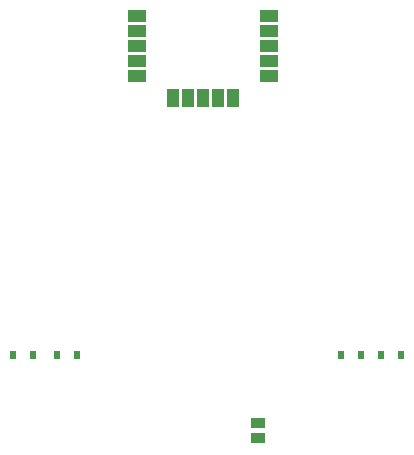
<source format=gbp>
G04 #@! TF.GenerationSoftware,KiCad,Pcbnew,5.0.1-33cea8e~68~ubuntu16.04.1*
G04 #@! TF.CreationDate,2018-11-21T16:15:50+02:00*
G04 #@! TF.ProjectId,livolo_2_channels_1way_eu_switch,6C69766F6C6F5F325F6368616E6E656C,rev?*
G04 #@! TF.SameCoordinates,Original*
G04 #@! TF.FileFunction,Paste,Bot*
G04 #@! TF.FilePolarity,Positive*
%FSLAX46Y46*%
G04 Gerber Fmt 4.6, Leading zero omitted, Abs format (unit mm)*
G04 Created by KiCad (PCBNEW 5.0.1-33cea8e~68~ubuntu16.04.1) date Wed 21 Nov 2018 16:15:50 EET*
%MOMM*%
%LPD*%
G01*
G04 APERTURE LIST*
%ADD10R,0.600000X0.800000*%
%ADD11R,1.270000X0.970000*%
%ADD12R,1.500000X1.000000*%
%ADD13R,1.000000X1.500000*%
G04 APERTURE END LIST*
D10*
G04 #@! TO.C,D3*
X129650000Y-102150000D03*
X131350000Y-102150000D03*
G04 #@! TD*
G04 #@! TO.C,D4*
X126000000Y-102150000D03*
X127700000Y-102150000D03*
G04 #@! TD*
G04 #@! TO.C,D5*
X158800000Y-102150000D03*
X157100000Y-102150000D03*
G04 #@! TD*
G04 #@! TO.C,D6*
X155450000Y-102150000D03*
X153750000Y-102150000D03*
G04 #@! TD*
D11*
G04 #@! TO.C,J2*
X146700000Y-107960000D03*
X146700000Y-109240000D03*
G04 #@! TD*
D12*
G04 #@! TO.C,U3*
X136500000Y-73500000D03*
X136500000Y-74770000D03*
X136500000Y-76040000D03*
X136500000Y-77310000D03*
X136500000Y-78580000D03*
D13*
X144600000Y-80400000D03*
X143330000Y-80400000D03*
X142060000Y-80400000D03*
X140790000Y-80400000D03*
X139520000Y-80400000D03*
D12*
X147600000Y-74770000D03*
X147600000Y-77310000D03*
X147600000Y-76040000D03*
X147600000Y-78580000D03*
X147600000Y-73500000D03*
G04 #@! TD*
M02*

</source>
